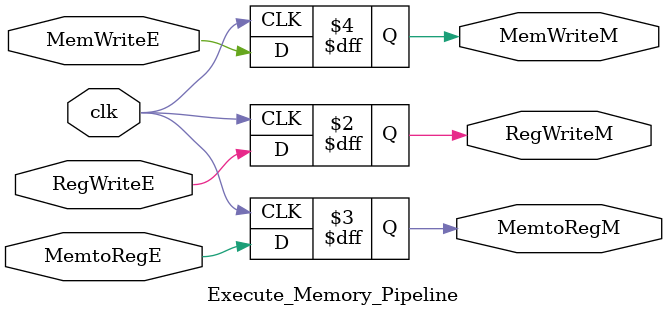
<source format=v>
`timescale 1ns / 1ps
module Execute_Memory_Pipeline( input clk,
										  input RegWriteE,
										  input MemtoRegE,
										  input MemWriteE,
										  output reg RegWriteM,
										  output reg MemtoRegM,
										  output reg MemWriteM
										  );
	always @(posedge clk) begin 
		RegWriteM <= RegWriteE;
		MemtoRegM <= MemtoRegE;
		MemWriteM <= MemWriteE;
	end 

endmodule

</source>
